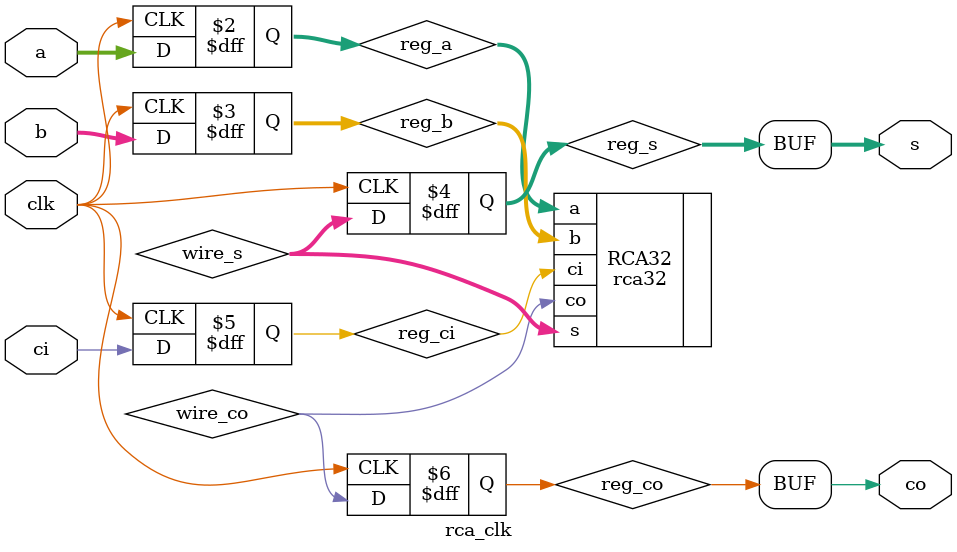
<source format=v>
module rca_clk(clk, a, b, ci, co, s);
	
	input [31:0] a, b; // 32bit input bus ports
	input clk, ci; // input ports
	output [31:0] s; // 32bit output bus port
	output co; // output port
	
	reg [31:0] reg_a, reg_b, reg_s; //32bit reg
	reg reg_ci, reg_co; // reg
	wire [31:0] wire_s; // 32bit wire
	wire wire_co; // wire
	
	
	always @ (posedge clk) // flip flop
	begin

		reg_a <= a; 
		reg_b <= b;
		reg_ci <= ci;
		reg_s <= wire_s;
		reg_co <= wire_co;
		
		
	end
	
	rca32 RCA32(.a(reg_a), .b(reg_b), .ci(reg_ci), .s(wire_s), .co(wire_co)); // instance 32bit ripple carry adder 'RCA32'
	
	assign s = reg_s; 
	assign co = reg_co;

endmodule

</source>
